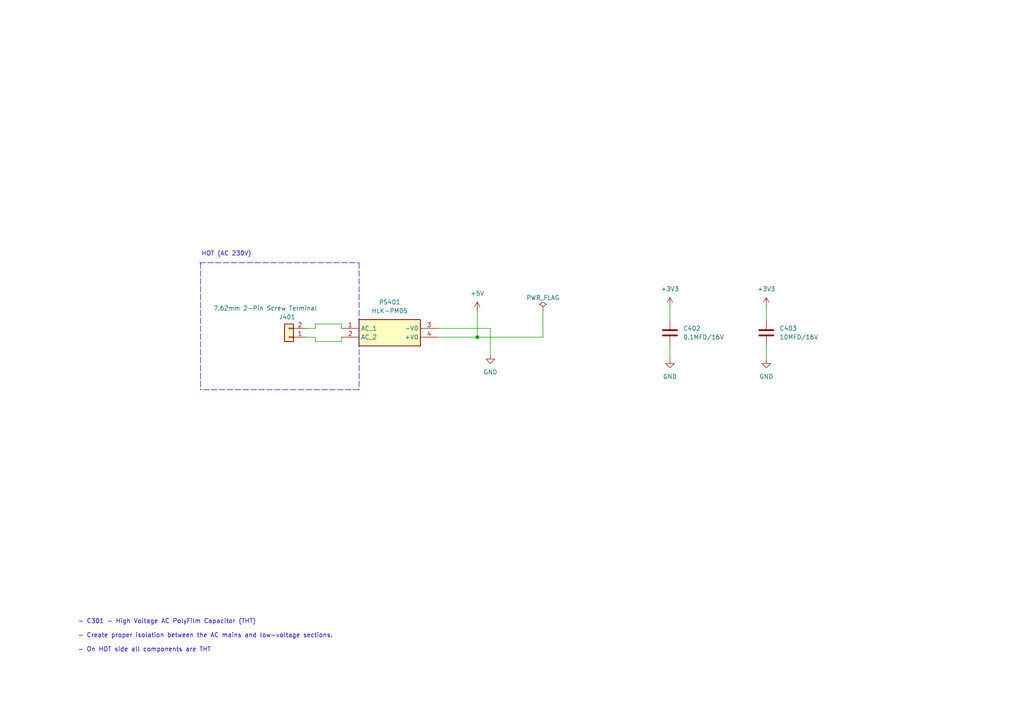
<source format=kicad_sch>
(kicad_sch (version 20250114) (generator "eeschema") (generator_version "9.0")
  (paper "A4")
  (lib_symbols
    (symbol "Connector_Generic:Conn_01x02" (pin_names (offset 1.016) (hide yes))
      (property "Reference" "J" (at 0 2.54 0))
      (property "Value" "Conn_01x02" (at 0 -5.08 0))
      (symbol "Conn_01x02_1_1"
        (rectangle (start -1.27 1.27) (end 1.27 -3.81) (stroke (width 0.254)) (fill (type background)))
        (rectangle (start -1.27 0.127) (end 0 -0.127) (stroke (width 0.1524)))
        (rectangle (start -1.27 -2.413) (end 0 -2.667) (stroke (width 0.1524)))
        (pin passive line (at -5.08 0 0) (length 3.81) (name "Pin_1") (number "1"))
        (pin passive line (at -5.08 -2.54 0) (length 3.81) (name "Pin_2") (number "2"))
      )
    )
    (symbol "Device:C" (pin_numbers (hide yes)) (pin_names (offset 0.254))
      (property "Reference" "C" (at 0.635 2.54 0))
      (property "Value" "C" (at 0.635 -2.54 0))
      (symbol "C_0_1"
        (polyline (pts (xy -2.032 0.762) (xy 2.032 0.762)) (stroke (width 0.508)))
        (polyline (pts (xy -2.032 -0.762) (xy 2.032 -0.762)) (stroke (width 0.508)))
      )
      (symbol "C_1_1"
        (pin passive line (at 0 3.81 270) (length 2.794) (name "~") (number "1"))
        (pin passive line (at 0 -3.81 90) (length 2.794) (name "~") (number "2"))
      )
    )
    (symbol "SamacSys_Parts:HLK-PM03"
      (property "Reference" "PS" (at 24.13 7.62 0))
      (property "Value" "HLK-PM03" (at 24.13 5.08 0))
      (symbol "HLK-PM03_1_1"
        (rectangle (start 5.08 2.54) (end 22.86 -5.08) (stroke (width 0.254)) (fill (type background)))
        (pin passive line (at 0 0 0) (length 5.08) (name "AC_1") (number "1"))
        (pin passive line (at 0 -2.54 0) (length 5.08) (name "AC_2") (number "2"))
        (pin passive line (at 27.94 0 180) (length 5.08) (name "-V0") (number "3"))
        (pin passive line (at 27.94 -2.54 180) (length 5.08) (name "+V0") (number "4"))
      )
    )
    (symbol "power:+3V3" (power) (pin_names (offset 0))
      (property "Value" "+3V3" (at 0 3.556 0))
      (symbol "+3V3_0_1"
        (polyline (pts (xy -0.762 1.27) (xy 0 2.54)))
        (polyline (pts (xy 0 2.54) (xy 0.762 1.27)))
        (polyline (pts (xy 0 0) (xy 0 2.54)))
      )
      (symbol "+3V3_1_1"
        (pin power_in line (at 0 0 90) (length 0) (hide yes) (name "+3V3") (number "1"))
      )
    )
    (symbol "power:+5V" (power) (pin_numbers (hide yes)) (pin_names (offset 0) (hide yes))
      (property "Value" "+5V" (at 0 3.556 0))
      (symbol "+5V_0_1"
        (polyline (pts (xy -0.762 1.27) (xy 0 2.54)))
        (polyline (pts (xy 0 2.54) (xy 0.762 1.27)))
        (polyline (pts (xy 0 0) (xy 0 2.54)))
      )
      (symbol "+5V_1_1"
        (pin power_in line (at 0 0 90) (length 0) (name "~") (number "1"))
      )
    )
    (symbol "power:GND" (power) (pin_names (offset 0))
      (property "Value" "GND" (at 0 -3.81 0))
      (symbol "GND_0_1"
        (polyline (pts (xy 0 0) (xy 0 -1.27) (xy 1.27 -1.27) (xy 0 -2.54) (xy -1.27 -1.27) (xy 0 -1.27)))
      )
      (symbol "GND_1_1"
        (pin power_in line (at 0 0 270) (length 0) (hide yes) (name "GND") (number "1"))
      )
    )
    (symbol "power:PWR_FLAG" (power) (pin_numbers (hide yes)) (pin_names (offset 0) (hide yes))
      (property "Value" "PWR_FLAG" (at 0 3.81 0))
      (symbol "PWR_FLAG_0_0"
        (pin power_out line (at 0 0 90) (length 0) (name "pwr") (number "1"))
      )
      (symbol "PWR_FLAG_0_1"
        (polyline (pts (xy 0 0) (xy 0 1.27) (xy -1.016 1.905) (xy 0 2.54) (xy 1.016 1.905) (xy 0 1.27)))
      )
    )
  )
  (text "HOT (AC 230V)" (at 58.42 74.422 0) (effects (font (size 1.27 1.27)) (justify left bottom)))
  (text " - C301 - High Voltage AC PolyFilm Capacitor (THT)\n\n - Create proper isolation between the AC mains and low-voltage sections.\n\n - On HOT side all components are THT" (at 21.59 189.23 0) (effects (font (size 1.27 1.27)) (justify left bottom)))
  (junction (at 138.43 97.79))
  (wire (pts (xy 194.31 88.9) (xy 194.31 92.71)))
  (wire (pts (xy 138.43 97.79) (xy 127 97.79)))
  (wire (pts (xy 91.44 95.25) (xy 91.44 93.98)))
  (wire (pts (xy 142.24 95.25) (xy 142.24 102.87)))
  (wire (pts (xy 99.06 99.06) (xy 99.06 97.79)))
  (wire (pts (xy 91.44 93.98) (xy 99.06 93.98)))
  (polyline (pts (xy 58.166 76.2) (xy 58.166 113.03)) (stroke (width 0) (type dash)))
  (wire (pts (xy 222.25 100.33) (xy 222.25 104.14)))
  (wire (pts (xy 99.06 93.98) (xy 99.06 95.25)))
  (wire (pts (xy 157.48 90.17) (xy 157.48 97.79)))
  (polyline (pts (xy 57.912 76.2) (xy 104.14 76.2)) (stroke (width 0) (type dash)))
  (wire (pts (xy 88.9 95.25) (xy 91.44 95.25)))
  (wire (pts (xy 91.44 97.79) (xy 91.44 99.06)))
  (wire (pts (xy 157.48 97.79) (xy 138.43 97.79)))
  (wire (pts (xy 194.31 100.33) (xy 194.31 104.14)))
  (wire (pts (xy 138.43 90.17) (xy 138.43 97.79)))
  (wire (pts (xy 222.25 88.9) (xy 222.25 92.71)))
  (polyline (pts (xy 104.14 113.03) (xy 58.166 113.03)) (stroke (width 0) (type dash)))
  (wire (pts (xy 91.44 99.06) (xy 99.06 99.06)))
  (wire (pts (xy 88.9 97.79) (xy 91.44 97.79)))
  (wire (pts (xy 127 95.25) (xy 142.24 95.25)))
  (polyline (pts (xy 104.14 76.2) (xy 104.14 113.03)) (stroke (width 0) (type dash)))
  (symbol (lib_id "power:+3V3") (at 194.31 88.9 0) (unit 1)
    (property "Reference" "#PWR0403" (effects (hide yes)))
    (property "Value" "+3V3" (at 194.31 83.82 0))
  )
  (symbol (lib_id "SamacSys_Parts:HLK-PM03") (at 99.06 95.25 0) (unit 1)
    (property "Reference" "PS401" (at 113.03 87.63 0))
    (property "Value" "HLK-PM05" (at 113.03 90.17 0))
    (property "Footprint" "SamacSys_Parts:HLKPM03" (effects (hide yes)))
    (property "Datasheet" "https://datasheet.lcsc.com/szlcsc/1906201102_HI-LINK-HLK-PM03_C209904.pdf" (effects (hide yes)))
    (property "Height" "15" (effects (hide yes)))
    (property "Manufacturer_Name" "Hi-Link" (effects (hide yes)))
    (property "Manufacturer_Part_Number" "HLK-PM03" (effects (hide yes)))
  )
  (symbol (lib_id "power:GND") (at 142.24 102.87 0) (unit 1)
    (property "Reference" "#PWR0402" (effects (hide yes)))
    (property "Value" "GND" (at 142.24 107.95 0))
  )
  (symbol (lib_id "Device:C") (at 194.31 96.52 0) (unit 1)
    (property "Reference" "C402" (at 198.12 95.25 0) (effects (justify left)))
    (property "Value" "0.1MFD/16V" (at 198.12 97.79 0) (effects (justify left)))
    (property "Footprint" "Capacitor_SMD:C_0402_1005Metric_Pad0.74x0.62mm_HandSolder" (effects (hide yes)))
  )
  (symbol (lib_id "power:PWR_FLAG") (at 157.48 90.17 0) (mirror y) (unit 1)
    (property "Reference" "#FLG0401" (effects (hide yes)))
    (property "Value" "PWR_FLAG" (at 157.48 86.36 0))
  )
  (symbol (lib_id "power:GND") (at 194.31 104.14 0) (unit 1)
    (property "Reference" "#PWR0404" (effects (hide yes)))
    (property "Value" "GND" (at 194.31 109.22 0))
  )
  (symbol (lib_id "Connector_Generic:Conn_01x02") (at 83.82 97.79 180) (unit 1)
    (property "Reference" "J401" (at 83.312 91.948 0))
    (property "Value" "7.62mm 2-Pin Screw Terminal" (at 76.962 89.408 0))
    (property "Footprint" "govi.ai-sensor-sht41-wifi:P=7.62mm Barrier Terminal Blocks" (effects (hide yes)))
  )
  (symbol (lib_id "power:+3V3") (at 222.25 88.9 0) (unit 1)
    (property "Reference" "#PWR0405" (effects (hide yes)))
    (property "Value" "+3V3" (at 222.25 83.82 0))
  )
  (symbol (lib_id "Device:C") (at 222.25 96.52 0) (unit 1)
    (property "Reference" "C403" (at 226.06 95.25 0) (effects (justify left)))
    (property "Value" "10MFD/16V" (at 226.06 97.79 0) (effects (justify left)))
    (property "Footprint" "Capacitor_SMD:C_0805_2012Metric_Pad1.18x1.45mm_HandSolder" (effects (hide yes)))
  )
  (symbol (lib_id "power:GND") (at 222.25 104.14 0) (unit 1)
    (property "Reference" "#PWR0406" (effects (hide yes)))
    (property "Value" "GND" (at 222.25 109.22 0))
  )
  (symbol (lib_id "power:+5V") (at 138.43 90.17 0) (unit 1)
    (property "Reference" "#PWR0401" (effects (hide yes)))
    (property "Value" "+5V" (at 138.43 85.09 0))
    (property "Description" "Power symbol creates a global label with name \"+5V\"" (effects (hide yes)))
  )
)
</source>
